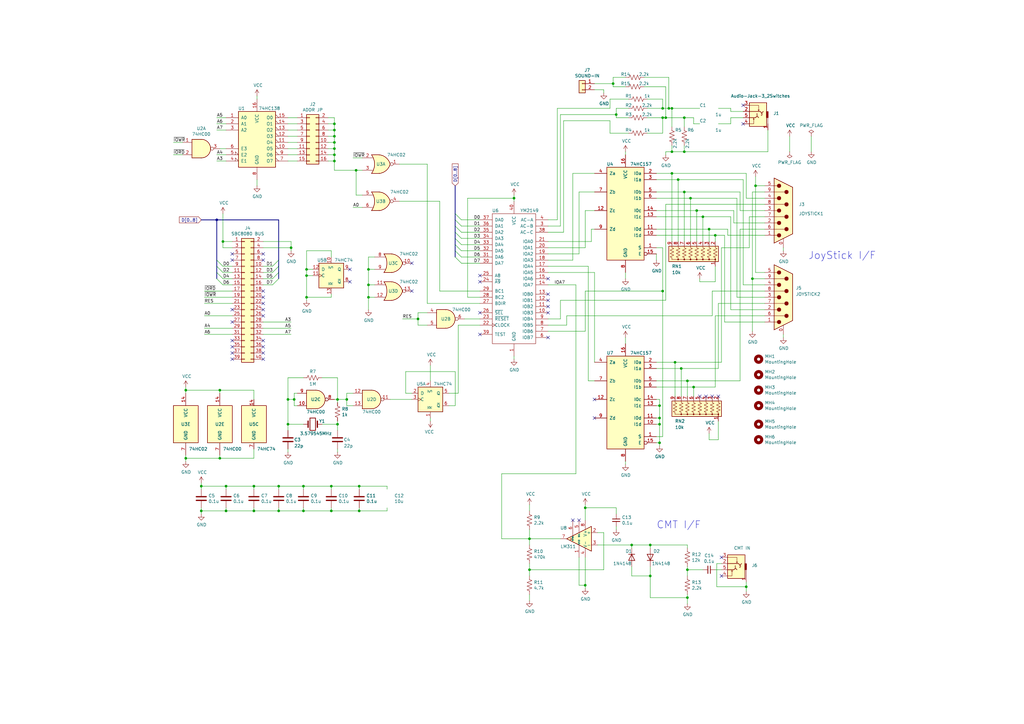
<source format=kicad_sch>
(kicad_sch (version 20211123) (generator eeschema)
  (paper "A3")
  (title_block (title "KZ80 Series YM2149(AY-3-8910) Board") (date "2021-03-22") (rev "2") (company "KUNI-NET"))
  (junction (at 120.65 163.83))
  (junction (at 82.55 209.55))
  (junction (at 118.11 163.83))
  (junction (at 82.55 199.39))
  (junction (at 270.51 171.45))
  (junction (at 251.46 34.29))
  (junction (at 137.16 63.5))
  (junction (at 151.13 110.49))
  (junction (at 271.78 44.45))
  (junction (at 90.17 160.02))
  (junction (at 271.78 119.38))
  (junction (at 309.88 76.2))
  (junction (at 273.05 48.26))
  (junction (at 90.17 187.96))
  (junction (at 125.73 121.92))
  (junction (at 270.51 181.61))
  (junction (at 125.73 110.49))
  (junction (at 92.71 199.39))
  (junction (at 274.32 44.45))
  (junction (at 284.48 158.75))
  (junction (at 240.03 208.28))
  (junction (at 135.89 199.39))
  (junction (at 147.32 209.55))
  (junction (at 275.59 62.23))
  (junction (at 125.73 113.03))
  (junction (at 91.44 99.06))
  (junction (at 270.51 173.99))
  (junction (at 270.51 166.37))
  (junction (at 151.13 116.84))
  (junction (at 114.3 209.55))
  (junction (at 278.13 73.66))
  (junction (at 146.05 69.85))
  (junction (at 137.16 55.88))
  (junction (at 76.2 187.96))
  (junction (at 104.14 199.39))
  (junction (at 276.86 148.59))
  (junction (at 151.13 121.92))
  (junction (at 119.38 101.6))
  (junction (at 306.07 240.665))
  (junction (at 171.45 130.81))
  (junction (at 280.67 62.23))
  (junction (at 281.94 156.21))
  (junction (at 76.2 160.02))
  (junction (at 210.82 81.28))
  (junction (at 293.37 96.52))
  (junction (at 283.21 81.28))
  (junction (at 92.71 209.55))
  (junction (at 266.7 236.22))
  (junction (at 88.9 90.17))
  (junction (at 142.24 163.83))
  (junction (at 259.08 223.52))
  (junction (at 280.67 48.26))
  (junction (at 308.61 114.3))
  (junction (at 290.83 93.98))
  (junction (at 137.16 66.04))
  (junction (at 281.94 233.68))
  (junction (at 137.16 60.96))
  (junction (at 266.7 223.52))
  (junction (at 118.11 173.99))
  (junction (at 252.73 46.99))
  (junction (at 275.59 44.45))
  (junction (at 124.46 199.39))
  (junction (at 114.3 199.39))
  (junction (at 217.17 233.68))
  (junction (at 240.03 240.03))
  (junction (at 275.59 71.12))
  (junction (at 138.43 173.99))
  (junction (at 281.94 245.11))
  (junction (at 271.78 48.26))
  (junction (at 217.17 220.98))
  (junction (at 138.43 163.83))
  (junction (at 124.46 209.55))
  (junction (at 104.14 209.55))
  (junction (at 285.75 86.36))
  (junction (at 137.16 58.42))
  (junction (at 137.16 53.34))
  (junction (at 147.32 199.39))
  (junction (at 280.67 78.74))
  (junction (at 288.29 88.9))
  (junction (at 135.89 209.55))
  (junction (at 137.16 50.8))
  (junction (at 279.4 151.13))
  (no_connect (at 107.95 147.32))
  (no_connect (at 237.49 213.36))
  (no_connect (at 107.95 121.92))
  (no_connect (at 304.8 43.18))
  (no_connect (at 224.79 138.43))
  (no_connect (at 107.95 142.24))
  (no_connect (at 95.25 144.78))
  (no_connect (at 107.95 119.38))
  (no_connect (at 234.95 213.36))
  (no_connect (at 224.79 123.19))
  (no_connect (at 95.25 132.08))
  (no_connect (at 304.8 50.8))
  (no_connect (at 107.95 129.54))
  (no_connect (at 168.91 119.38))
  (no_connect (at 107.95 104.14))
  (no_connect (at 224.79 125.73))
  (no_connect (at 107.95 106.68))
  (no_connect (at 107.95 144.78))
  (no_connect (at 95.25 106.68))
  (no_connect (at 243.84 163.83))
  (no_connect (at 224.79 128.27))
  (no_connect (at 243.84 171.45))
  (no_connect (at 289.56 162.56))
  (no_connect (at 143.51 115.57))
  (no_connect (at 295.91 236.22))
  (no_connect (at 107.95 139.7))
  (no_connect (at 224.79 120.65))
  (no_connect (at 196.85 137.16))
  (no_connect (at 143.51 110.49))
  (no_connect (at 95.25 104.14))
  (no_connect (at 196.85 128.27))
  (no_connect (at 294.64 162.56))
  (no_connect (at 287.02 162.56))
  (no_connect (at 292.1 162.56))
  (no_connect (at 95.25 127))
  (no_connect (at 196.85 113.03))
  (no_connect (at 107.95 124.46))
  (no_connect (at 168.91 107.95))
  (no_connect (at 95.25 147.32))
  (no_connect (at 224.79 114.3))
  (no_connect (at 95.25 139.7))
  (no_connect (at 107.95 127))
  (no_connect (at 196.85 115.57))
  (no_connect (at 295.91 228.6))
  (no_connect (at 95.25 142.24))
  (bus_entry (at 186.69 95.25) (size 2.54 2.54))
  (bus_entry (at 186.69 102.87) (size 2.54 2.54))
  (bus_entry (at 186.69 87.63) (size 2.54 2.54))
  (bus_entry (at 114.3 106.68) (size -2.54 2.54))
  (bus_entry (at 114.3 114.3) (size -2.54 2.54))
  (bus_entry (at 114.3 111.76) (size -2.54 2.54))
  (bus_entry (at 88.9 109.22) (size 2.54 2.54))
  (bus_entry (at 88.9 106.68) (size 2.54 2.54))
  (bus_entry (at 186.69 97.79) (size 2.54 2.54))
  (bus_entry (at 114.3 109.22) (size -2.54 2.54))
  (bus_entry (at 88.9 114.3) (size 2.54 2.54))
  (bus_entry (at 186.69 92.71) (size 2.54 2.54))
  (bus_entry (at 88.9 111.76) (size 2.54 2.54))
  (bus_entry (at 186.69 100.33) (size 2.54 2.54))
  (bus_entry (at 186.69 90.17) (size 2.54 2.54))
  (bus_entry (at 186.69 105.41) (size 2.54 2.54))
  (wire (pts (xy 247.65 218.44) (xy 247.65 233.68)))
  (wire (pts (xy 134.62 55.88) (xy 137.16 55.88)))
  (wire (pts (xy 306.07 240.665) (xy 294.005 240.665)))
  (wire (pts (xy 92.71 209.55) (xy 104.14 209.55)))
  (wire (pts (xy 135.89 209.55) (xy 135.89 208.28)))
  (wire (pts (xy 111.76 109.22) (xy 107.95 109.22)))
  (wire (pts (xy 270.51 163.83) (xy 270.51 166.37)))
  (wire (pts (xy 276.86 162.56) (xy 276.86 148.59)))
  (wire (pts (xy 88.9 48.26) (xy 92.71 48.26)))
  (wire (pts (xy 119.38 101.6) (xy 119.38 102.87)))
  (wire (pts (xy 273.05 48.26) (xy 280.67 48.26)))
  (wire (pts (xy 303.53 93.98) (xy 303.53 156.21)))
  (wire (pts (xy 120.65 163.83) (xy 118.11 163.83)))
  (wire (pts (xy 281.94 233.68) (xy 288.29 233.68)))
  (bus (pts (xy 186.69 87.63) (xy 186.69 90.17)))
  (wire (pts (xy 135.89 209.55) (xy 147.32 209.55)))
  (wire (pts (xy 236.22 116.84) (xy 236.22 194.31)))
  (wire (pts (xy 265.43 48.26) (xy 271.78 48.26)))
  (wire (pts (xy 224.79 99.06) (xy 242.57 99.06)))
  (wire (pts (xy 298.45 96.52) (xy 313.69 96.52)))
  (wire (pts (xy 252.73 215.9) (xy 252.73 217.17)))
  (wire (pts (xy 271.78 44.45) (xy 274.32 44.45)))
  (wire (pts (xy 294.64 180.34) (xy 294.64 172.72)))
  (wire (pts (xy 153.67 121.92) (xy 151.13 121.92)))
  (wire (pts (xy 228.6 44.45) (xy 250.19 44.45)))
  (wire (pts (xy 269.24 179.07) (xy 271.78 179.07)))
  (wire (pts (xy 104.14 209.55) (xy 114.3 209.55)))
  (wire (pts (xy 90.17 161.29) (xy 90.17 160.02)))
  (wire (pts (xy 240.03 135.89) (xy 224.79 135.89)))
  (bus (pts (xy 114.3 90.17) (xy 114.3 106.68)))
  (wire (pts (xy 269.24 104.14) (xy 269.24 106.68)))
  (wire (pts (xy 300.99 86.36) (xy 300.99 91.44)))
  (wire (pts (xy 297.18 132.08) (xy 313.69 132.08)))
  (wire (pts (xy 147.32 199.39) (xy 158.75 199.39)))
  (wire (pts (xy 275.59 71.12) (xy 306.07 71.12)))
  (wire (pts (xy 313.69 76.2) (xy 309.88 76.2)))
  (wire (pts (xy 240.03 208.28) (xy 240.03 213.36)))
  (wire (pts (xy 83.82 134.62) (xy 95.25 134.62)))
  (wire (pts (xy 187.96 161.29) (xy 184.15 161.29)))
  (wire (pts (xy 294.64 124.46) (xy 313.69 124.46)))
  (wire (pts (xy 307.34 88.9) (xy 307.34 101.6)))
  (wire (pts (xy 237.49 104.14) (xy 237.49 78.74)))
  (wire (pts (xy 303.53 78.74) (xy 303.53 86.36)))
  (wire (pts (xy 283.21 99.06) (xy 283.21 81.28)))
  (wire (pts (xy 293.37 158.75) (xy 293.37 129.54)))
  (wire (pts (xy 288.29 88.9) (xy 299.72 88.9)))
  (wire (pts (xy 132.08 154.94) (xy 138.43 154.94)))
  (wire (pts (xy 256.54 138.43) (xy 256.54 140.97)))
  (wire (pts (xy 111.76 114.3) (xy 107.95 114.3)))
  (wire (pts (xy 251.46 34.29) (xy 251.46 31.75)))
  (wire (pts (xy 91.44 109.22) (xy 95.25 109.22)))
  (wire (pts (xy 118.11 176.53) (xy 118.11 173.99)))
  (wire (pts (xy 242.57 93.98) (xy 243.84 93.98)))
  (wire (pts (xy 229.87 123.19) (xy 229.87 130.81)))
  (wire (pts (xy 243.84 36.83) (xy 247.65 36.83)))
  (wire (pts (xy 240.03 101.6) (xy 224.79 101.6)))
  (wire (pts (xy 142.24 161.29) (xy 144.78 161.29)))
  (wire (pts (xy 71.12 63.5) (xy 74.93 63.5)))
  (wire (pts (xy 280.67 48.26) (xy 280.67 52.07)))
  (wire (pts (xy 280.67 99.06) (xy 280.67 78.74)))
  (wire (pts (xy 191.77 121.92) (xy 196.85 121.92)))
  (wire (pts (xy 309.88 76.2) (xy 309.88 111.76)))
  (wire (pts (xy 128.27 110.49) (xy 125.73 110.49)))
  (wire (pts (xy 274.32 31.75) (xy 274.32 44.45)))
  (wire (pts (xy 180.34 119.38) (xy 196.85 119.38)))
  (wire (pts (xy 137.16 50.8) (xy 137.16 53.34)))
  (wire (pts (xy 284.48 158.75) (xy 293.37 158.75)))
  (wire (pts (xy 279.4 162.56) (xy 279.4 151.13)))
  (wire (pts (xy 228.6 44.45) (xy 228.6 90.17)))
  (bus (pts (xy 114.3 90.17) (xy 88.9 90.17)))
  (wire (pts (xy 232.41 133.35) (xy 232.41 129.54)))
  (wire (pts (xy 294.64 44.45) (xy 299.72 44.45)))
  (wire (pts (xy 243.84 71.12) (xy 234.95 71.12)))
  (wire (pts (xy 120.65 163.83) (xy 120.65 166.37)))
  (wire (pts (xy 165.1 130.81) (xy 171.45 130.81)))
  (wire (pts (xy 189.23 95.25) (xy 196.85 95.25)))
  (wire (pts (xy 252.73 46.99) (xy 252.73 48.26)))
  (wire (pts (xy 295.91 148.59) (xy 276.86 148.59)))
  (wire (pts (xy 171.45 133.35) (xy 175.26 133.35)))
  (bus (pts (xy 186.69 102.87) (xy 186.69 105.41)))
  (wire (pts (xy 306.07 81.28) (xy 313.69 81.28)))
  (wire (pts (xy 119.38 134.62) (xy 107.95 134.62)))
  (wire (pts (xy 280.67 62.23) (xy 314.96 62.23)))
  (wire (pts (xy 252.73 48.26) (xy 257.81 48.26)))
  (wire (pts (xy 151.13 121.92) (xy 151.13 116.84)))
  (wire (pts (xy 217.17 231.14) (xy 217.17 233.68)))
  (wire (pts (xy 251.46 31.75) (xy 256.54 31.75)))
  (wire (pts (xy 134.62 50.8) (xy 137.16 50.8)))
  (wire (pts (xy 76.2 187.96) (xy 90.17 187.96)))
  (wire (pts (xy 280.67 78.74) (xy 303.53 78.74)))
  (wire (pts (xy 302.26 81.28) (xy 302.26 121.92)))
  (wire (pts (xy 332.74 55.88) (xy 332.74 62.23)))
  (wire (pts (xy 210.82 146.05) (xy 210.82 147.32)))
  (wire (pts (xy 303.53 86.36) (xy 313.69 86.36)))
  (wire (pts (xy 186.69 166.37) (xy 184.15 166.37)))
  (wire (pts (xy 281.94 156.21) (xy 269.24 156.21)))
  (wire (pts (xy 224.79 133.35) (xy 232.41 133.35)))
  (wire (pts (xy 250.19 49.53) (xy 250.19 54.61)))
  (wire (pts (xy 88.9 66.04) (xy 92.71 66.04)))
  (wire (pts (xy 269.24 181.61) (xy 270.51 181.61)))
  (wire (pts (xy 76.2 160.02) (xy 76.2 161.29)))
  (wire (pts (xy 293.37 233.68) (xy 295.91 233.68)))
  (wire (pts (xy 189.23 97.79) (xy 196.85 97.79)))
  (wire (pts (xy 90.17 160.02) (xy 104.14 160.02)))
  (wire (pts (xy 321.31 101.6) (xy 321.31 102.87)))
  (wire (pts (xy 281.94 236.22) (xy 281.94 233.68)))
  (wire (pts (xy 243.84 156.21) (xy 241.3 156.21)))
  (wire (pts (xy 105.41 39.37) (xy 105.41 40.64)))
  (wire (pts (xy 299.72 50.8) (xy 294.64 50.8)))
  (bus (pts (xy 186.69 97.79) (xy 186.69 100.33)))
  (wire (pts (xy 266.7 236.22) (xy 266.7 245.11)))
  (wire (pts (xy 309.88 111.76) (xy 313.69 111.76)))
  (wire (pts (xy 137.16 48.26) (xy 137.16 50.8)))
  (wire (pts (xy 290.83 93.98) (xy 298.45 93.98)))
  (wire (pts (xy 234.95 106.68) (xy 224.79 106.68)))
  (wire (pts (xy 270.51 166.37) (xy 270.51 171.45)))
  (wire (pts (xy 275.59 59.69) (xy 275.59 62.23)))
  (wire (pts (xy 297.18 96.52) (xy 297.18 132.08)))
  (wire (pts (xy 138.43 173.99) (xy 138.43 176.53)))
  (wire (pts (xy 134.62 48.26) (xy 137.16 48.26)))
  (wire (pts (xy 135.89 121.92) (xy 125.73 121.92)))
  (wire (pts (xy 299.72 88.9) (xy 299.72 127)))
  (wire (pts (xy 132.08 173.99) (xy 138.43 173.99)))
  (bus (pts (xy 186.69 95.25) (xy 186.69 97.79)))
  (bus (pts (xy 88.9 90.17) (xy 82.55 90.17)))
  (wire (pts (xy 205.74 220.98) (xy 217.17 220.98)))
  (wire (pts (xy 118.11 66.04) (xy 121.92 66.04)))
  (wire (pts (xy 285.75 99.06) (xy 285.75 86.36)))
  (wire (pts (xy 304.8 116.84) (xy 313.69 116.84)))
  (wire (pts (xy 118.11 184.15) (xy 118.11 185.42)))
  (wire (pts (xy 271.78 40.64) (xy 271.78 44.45)))
  (wire (pts (xy 321.31 137.16) (xy 321.31 138.43)))
  (wire (pts (xy 271.78 119.38) (xy 240.03 119.38)))
  (bus (pts (xy 186.69 90.17) (xy 186.69 92.71)))
  (wire (pts (xy 294.005 231.14) (xy 295.91 231.14)))
  (wire (pts (xy 134.62 63.5) (xy 137.16 63.5)))
  (wire (pts (xy 292.1 119.38) (xy 313.69 119.38)))
  (wire (pts (xy 186.69 152.4) (xy 186.69 166.37)))
  (wire (pts (xy 281.94 245.11) (xy 281.94 247.65)))
  (wire (pts (xy 299.72 48.26) (xy 299.72 50.8)))
  (wire (pts (xy 256.54 62.23) (xy 256.54 63.5)))
  (wire (pts (xy 124.46 209.55) (xy 135.89 209.55)))
  (bus (pts (xy 186.69 100.33) (xy 186.69 102.87)))
  (wire (pts (xy 144.78 85.09) (xy 148.59 85.09)))
  (wire (pts (xy 124.46 154.94) (xy 118.11 154.94)))
  (wire (pts (xy 307.34 101.6) (xy 295.91 101.6)))
  (wire (pts (xy 298.45 93.98) (xy 298.45 96.52)))
  (wire (pts (xy 118.11 55.88) (xy 121.92 55.88)))
  (wire (pts (xy 189.23 102.87) (xy 196.85 102.87)))
  (wire (pts (xy 107.95 99.06) (xy 119.38 99.06)))
  (wire (pts (xy 240.03 86.36) (xy 240.03 101.6)))
  (wire (pts (xy 283.21 81.28) (xy 302.26 81.28)))
  (wire (pts (xy 137.16 58.42) (xy 137.16 60.96)))
  (wire (pts (xy 146.05 69.85) (xy 148.59 69.85)))
  (wire (pts (xy 284.48 48.26) (xy 280.67 48.26)))
  (wire (pts (xy 275.59 44.45) (xy 287.02 44.45)))
  (bus (pts (xy 186.69 76.2) (xy 186.69 87.63)))
  (wire (pts (xy 189.23 105.41) (xy 196.85 105.41)))
  (wire (pts (xy 240.03 240.03) (xy 240.03 228.6)))
  (wire (pts (xy 210.82 80.01) (xy 210.82 81.28)))
  (wire (pts (xy 278.13 99.06) (xy 278.13 73.66)))
  (wire (pts (xy 88.9 53.34) (xy 92.71 53.34)))
  (wire (pts (xy 168.91 161.29) (xy 166.37 161.29)))
  (wire (pts (xy 300.99 91.44) (xy 313.69 91.44)))
  (wire (pts (xy 293.37 99.06) (xy 293.37 96.52)))
  (wire (pts (xy 119.38 137.16) (xy 107.95 137.16)))
  (wire (pts (xy 120.65 163.83) (xy 120.65 161.29)))
  (wire (pts (xy 175.26 128.27) (xy 171.45 128.27)))
  (wire (pts (xy 134.62 60.96) (xy 137.16 60.96)))
  (wire (pts (xy 265.43 54.61) (xy 271.78 54.61)))
  (wire (pts (xy 284.48 50.8) (xy 284.48 48.26)))
  (wire (pts (xy 137.16 69.85) (xy 146.05 69.85)))
  (wire (pts (xy 82.55 208.28) (xy 82.55 209.55)))
  (wire (pts (xy 313.69 114.3) (xy 308.61 114.3)))
  (wire (pts (xy 224.79 92.71) (xy 229.87 92.71)))
  (wire (pts (xy 163.83 82.55) (xy 180.34 82.55)))
  (wire (pts (xy 281.94 233.68) (xy 281.94 232.41)))
  (wire (pts (xy 82.55 209.55) (xy 82.55 210.82)))
  (wire (pts (xy 232.41 129.54) (xy 292.1 129.54)))
  (wire (pts (xy 118.11 58.42) (xy 121.92 58.42)))
  (wire (pts (xy 224.79 116.84) (xy 236.22 116.84)))
  (wire (pts (xy 118.11 50.8) (xy 121.92 50.8)))
  (wire (pts (xy 274.32 44.45) (xy 275.59 44.45)))
  (wire (pts (xy 290.83 180.34) (xy 294.64 180.34)))
  (wire (pts (xy 146.05 80.01) (xy 148.59 80.01)))
  (wire (pts (xy 281.94 245.11) (xy 281.94 243.84)))
  (wire (pts (xy 91.44 111.76) (xy 95.25 111.76)))
  (wire (pts (xy 299.72 45.72) (xy 304.8 45.72)))
  (wire (pts (xy 299.72 44.45) (xy 299.72 45.72)))
  (wire (pts (xy 90.17 187.96) (xy 104.14 187.96)))
  (wire (pts (xy 76.2 187.96) (xy 76.2 189.23)))
  (wire (pts (xy 237.49 240.03) (xy 240.03 240.03)))
  (wire (pts (xy 114.3 209.55) (xy 124.46 209.55)))
  (wire (pts (xy 228.6 90.17) (xy 224.79 90.17)))
  (wire (pts (xy 259.08 223.52) (xy 259.08 224.79)))
  (wire (pts (xy 278.13 73.66) (xy 304.8 73.66)))
  (wire (pts (xy 259.08 232.41) (xy 259.08 236.22)))
  (wire (pts (xy 273.05 123.19) (xy 229.87 123.19)))
  (wire (pts (xy 189.23 90.17) (xy 196.85 90.17)))
  (wire (pts (xy 217.17 217.17) (xy 217.17 220.98)))
  (wire (pts (xy 125.73 121.92) (xy 125.73 123.19)))
  (wire (pts (xy 151.13 127) (xy 151.13 121.92)))
  (wire (pts (xy 160.02 163.83) (xy 168.91 163.83)))
  (wire (pts (xy 82.55 199.39) (xy 82.55 200.66)))
  (wire (pts (xy 287.02 115.57) (xy 293.37 115.57)))
  (wire (pts (xy 137.16 53.34) (xy 137.16 55.88)))
  (wire (pts (xy 266.7 223.52) (xy 281.94 223.52)))
  (wire (pts (xy 236.22 194.31) (xy 205.74 194.31)))
  (wire (pts (xy 119.38 132.08) (xy 107.95 132.08)))
  (wire (pts (xy 308.61 78.74) (xy 308.61 114.3)))
  (wire (pts (xy 293.37 115.57) (xy 293.37 109.22)))
  (wire (pts (xy 189.23 92.71) (xy 196.85 92.71)))
  (wire (pts (xy 270.51 181.61) (xy 270.51 182.88)))
  (wire (pts (xy 271.78 44.45) (xy 265.43 44.45)))
  (wire (pts (xy 135.89 199.39) (xy 147.32 199.39)))
  (wire (pts (xy 271.78 101.6) (xy 271.78 119.38)))
  (wire (pts (xy 269.24 166.37) (xy 270.51 166.37)))
  (wire (pts (xy 125.73 113.03) (xy 125.73 121.92)))
  (wire (pts (xy 251.46 35.56) (xy 256.54 35.56)))
  (wire (pts (xy 134.62 58.42) (xy 137.16 58.42)))
  (wire (pts (xy 105.41 73.66) (xy 105.41 76.2)))
  (wire (pts (xy 118.11 154.94) (xy 118.11 163.83)))
  (wire (pts (xy 82.55 209.55) (xy 92.71 209.55)))
  (wire (pts (xy 247.65 233.68) (xy 217.17 233.68)))
  (wire (pts (xy 114.3 199.39) (xy 104.14 199.39)))
  (wire (pts (xy 76.2 160.02) (xy 90.17 160.02)))
  (wire (pts (xy 124.46 199.39) (xy 114.3 199.39)))
  (wire (pts (xy 217.17 220.98) (xy 229.87 220.98)))
  (wire (pts (xy 135.89 105.41) (xy 135.89 102.87)))
  (wire (pts (xy 224.79 104.14) (xy 237.49 104.14)))
  (wire (pts (xy 134.62 53.34) (xy 137.16 53.34)))
  (wire (pts (xy 266.7 223.52) (xy 266.7 224.79)))
  (wire (pts (xy 269.24 78.74) (xy 280.67 78.74)))
  (wire (pts (xy 92.71 208.28) (xy 92.71 209.55)))
  (wire (pts (xy 264.16 35.56) (xy 273.05 35.56)))
  (wire (pts (xy 294.005 240.665) (xy 294.005 231.14)))
  (wire (pts (xy 120.65 166.37) (xy 121.92 166.37)))
  (wire (pts (xy 240.03 240.03) (xy 240.03 241.3)))
  (wire (pts (xy 240.03 208.28) (xy 252.73 208.28)))
  (wire (pts (xy 306.07 240.665) (xy 306.07 242.57)))
  (wire (pts (xy 144.78 64.77) (xy 148.59 64.77)))
  (bus (pts (xy 88.9 106.68) (xy 88.9 109.22)))
  (wire (pts (xy 245.11 223.52) (xy 259.08 223.52)))
  (wire (pts (xy 210.82 81.28) (xy 191.77 81.28)))
  (wire (pts (xy 241.3 109.22) (xy 224.79 109.22)))
  (wire (pts (xy 250.19 40.64) (xy 257.81 40.64)))
  (wire (pts (xy 313.69 88.9) (xy 307.34 88.9)))
  (wire (pts (xy 104.14 160.02) (xy 104.14 163.83)))
  (wire (pts (xy 269.24 163.83) (xy 270.51 163.83)))
  (wire (pts (xy 269.24 88.9) (xy 288.29 88.9)))
  (wire (pts (xy 295.91 101.6) (xy 295.91 148.59)))
  (wire (pts (xy 137.16 60.96) (xy 137.16 63.5)))
  (wire (pts (xy 119.38 99.06) (xy 119.38 101.6)))
  (wire (pts (xy 176.53 149.86) (xy 176.53 156.21)))
  (wire (pts (xy 180.34 82.55) (xy 180.34 119.38)))
  (wire (pts (xy 217.17 243.84) (xy 217.17 246.38)))
  (wire (pts (xy 124.46 208.28) (xy 124.46 209.55)))
  (wire (pts (xy 83.82 121.92) (xy 95.25 121.92)))
  (wire (pts (xy 153.67 110.49) (xy 151.13 110.49)))
  (wire (pts (xy 243.84 34.29) (xy 251.46 34.29)))
  (wire (pts (xy 91.44 116.84) (xy 95.25 116.84)))
  (wire (pts (xy 166.37 152.4) (xy 186.69 152.4)))
  (wire (pts (xy 118.11 48.26) (xy 121.92 48.26)))
  (wire (pts (xy 229.87 92.71) (xy 229.87 46.99)))
  (wire (pts (xy 237.49 228.6) (xy 237.49 240.03)))
  (wire (pts (xy 243.84 111.76) (xy 224.79 111.76)))
  (wire (pts (xy 273.05 63.5) (xy 273.05 62.23)))
  (wire (pts (xy 153.67 116.84) (xy 151.13 116.84)))
  (wire (pts (xy 273.05 62.23) (xy 275.59 62.23)))
  (wire (pts (xy 237.49 78.74) (xy 243.84 78.74)))
  (wire (pts (xy 137.16 66.04) (xy 134.62 66.04)))
  (wire (pts (xy 205.74 194.31) (xy 205.74 220.98)))
  (wire (pts (xy 90.17 60.96) (xy 92.71 60.96)))
  (wire (pts (xy 135.89 199.39) (xy 124.46 199.39)))
  (wire (pts (xy 171.45 128.27) (xy 171.45 130.81)))
  (wire (pts (xy 118.11 53.34) (xy 121.92 53.34)))
  (wire (pts (xy 269.24 101.6) (xy 271.78 101.6)))
  (wire (pts (xy 104.14 208.28) (xy 104.14 209.55)))
  (wire (pts (xy 142.24 163.83) (xy 142.24 166.37)))
  (wire (pts (xy 138.43 163.83) (xy 138.43 165.1)))
  (wire (pts (xy 151.13 105.41) (xy 153.67 105.41)))
  (wire (pts (xy 175.26 67.31) (xy 163.83 67.31)))
  (wire (pts (xy 303.53 156.21) (xy 281.94 156.21)))
  (wire (pts (xy 91.44 101.6) (xy 95.25 101.6)))
  (wire (pts (xy 269.24 158.75) (xy 284.48 158.75)))
  (wire (pts (xy 83.82 129.54) (xy 95.25 129.54)))
  (wire (pts (xy 135.89 120.65) (xy 135.89 121.92)))
  (wire (pts (xy 241.3 156.21) (xy 241.3 109.22)))
  (wire (pts (xy 269.24 151.13) (xy 279.4 151.13)))
  (wire (pts (xy 313.69 78.74) (xy 308.61 78.74)))
  (wire (pts (xy 138.43 154.94) (xy 138.43 163.83)))
  (wire (pts (xy 137.16 63.5) (xy 137.16 66.04)))
  (wire (pts (xy 252.73 44.45) (xy 257.81 44.45)))
  (wire (pts (xy 151.13 110.49) (xy 151.13 105.41)))
  (wire (pts (xy 294.64 151.13) (xy 294.64 124.46)))
  (wire (pts (xy 251.46 34.29) (xy 251.46 35.56)))
  (wire (pts (xy 264.16 31.75) (xy 274.32 31.75)))
  (wire (pts (xy 151.13 116.84) (xy 151.13 110.49)))
  (wire (pts (xy 104.14 187.96) (xy 104.14 184.15)))
  (wire (pts (xy 91.44 99.06) (xy 91.44 101.6)))
  (wire (pts (xy 290.83 177.8) (xy 290.83 180.34)))
  (wire (pts (xy 266.7 245.11) (xy 281.94 245.11)))
  (wire (pts (xy 293.37 129.54) (xy 313.69 129.54)))
  (wire (pts (xy 276.86 148.59) (xy 269.24 148.59)))
  (wire (pts (xy 243.84 148.59) (xy 243.84 111.76)))
  (wire (pts (xy 275.59 44.45) (xy 275.59 52.07)))
  (wire (pts (xy 269.24 86.36) (xy 285.75 86.36)))
  (wire (pts (xy 88.9 50.8) (xy 92.71 50.8)))
  (wire (pts (xy 118.11 173.99) (xy 124.46 173.99)))
  (wire (pts (xy 147.32 209.55) (xy 158.75 209.55)))
  (wire (pts (xy 231.14 95.25) (xy 224.79 95.25)))
  (wire (pts (xy 306.07 238.76) (xy 306.07 240.665)))
  (wire (pts (xy 292.1 129.54) (xy 292.1 119.38)))
  (wire (pts (xy 196.85 133.35) (xy 187.96 133.35)))
  (wire (pts (xy 217.17 207.01) (xy 217.17 209.55)))
  (wire (pts (xy 146.05 69.85) (xy 146.05 80.01)))
  (wire (pts (xy 275.59 99.06) (xy 275.59 71.12)))
  (wire (pts (xy 247.65 36.83) (xy 247.65 38.1)))
  (wire (pts (xy 83.82 119.38) (xy 95.25 119.38)))
  (wire (pts (xy 118.11 173.99) (xy 118.11 163.83)))
  (wire (pts (xy 314.96 53.34) (xy 314.96 62.23)))
  (wire (pts (xy 269.24 96.52) (xy 293.37 96.52)))
  (wire (pts (xy 142.24 166.37) (xy 144.78 166.37)))
  (wire (pts (xy 269.24 73.66) (xy 278.13 73.66)))
  (wire (pts (xy 229.87 46.99) (xy 252.73 46.99)))
  (wire (pts (xy 275.59 62.23) (xy 280.67 62.23)))
  (bus (pts (xy 114.3 106.68) (xy 114.3 109.22)))
  (wire (pts (xy 175.26 124.46) (xy 196.85 124.46)))
  (wire (pts (xy 259.08 236.22) (xy 266.7 236.22)))
  (wire (pts (xy 125.73 102.87) (xy 125.73 110.49)))
  (wire (pts (xy 293.37 96.52) (xy 297.18 96.52)))
  (wire (pts (xy 71.12 58.42) (xy 74.93 58.42)))
  (wire (pts (xy 142.24 163.83) (xy 142.24 161.29)))
  (wire (pts (xy 273.05 83.82) (xy 313.69 83.82)))
  (wire (pts (xy 308.61 114.3) (xy 308.61 135.89)))
  (wire (pts (xy 234.95 71.12) (xy 234.95 106.68)))
  (wire (pts (xy 231.14 49.53) (xy 231.14 95.25)))
  (wire (pts (xy 118.11 60.96) (xy 121.92 60.96)))
  (wire (pts (xy 250.19 54.61) (xy 257.81 54.61)))
  (wire (pts (xy 243.84 86.36) (xy 240.03 86.36)))
  (wire (pts (xy 271.78 54.61) (xy 271.78 48.26)))
  (wire (pts (xy 290.83 99.06) (xy 290.83 93.98)))
  (wire (pts (xy 189.23 107.95) (xy 196.85 107.95)))
  (wire (pts (xy 210.82 81.28) (xy 210.82 82.55)))
  (wire (pts (xy 299.72 127) (xy 313.69 127)))
  (wire (pts (xy 138.43 184.15) (xy 138.43 185.42)))
  (wire (pts (xy 240.03 207.01) (xy 240.03 208.28)))
  (wire (pts (xy 269.24 171.45) (xy 270.51 171.45)))
  (wire (pts (xy 175.26 67.31) (xy 175.26 124.46)))
  (wire (pts (xy 171.45 130.81) (xy 171.45 133.35)))
  (wire (pts (xy 309.88 76.2) (xy 309.88 72.39)))
  (wire (pts (xy 217.17 233.68) (xy 217.17 236.22)))
  (wire (pts (xy 128.27 113.03) (xy 125.73 113.03)))
  (wire (pts (xy 166.37 161.29) (xy 166.37 152.4)))
  (wire (pts (xy 189.23 100.33) (xy 196.85 100.33)))
  (wire (pts (xy 271.78 179.07) (xy 271.78 119.38)))
  (bus (pts (xy 114.3 109.22) (xy 114.3 111.76)))
  (wire (pts (xy 242.57 99.06) (xy 242.57 93.98)))
  (wire (pts (xy 302.26 121.92) (xy 313.69 121.92)))
  (wire (pts (xy 92.71 199.39) (xy 82.55 199.39)))
  (wire (pts (xy 137.16 66.04) (xy 137.16 69.85)))
  (wire (pts (xy 187.96 133.35) (xy 187.96 161.29)))
  (wire (pts (xy 259.08 223.52) (xy 266.7 223.52)))
  (bus (pts (xy 114.3 111.76) (xy 114.3 114.3)))
  (wire (pts (xy 125.73 110.49) (xy 125.73 113.03)))
  (wire (pts (xy 304.8 48.26) (xy 299.72 48.26)))
  (wire (pts (xy 323.85 55.88) (xy 323.85 62.23)))
  (wire (pts (xy 269.24 173.99) (xy 270.51 173.99)))
  (wire (pts (xy 95.25 99.06) (xy 91.44 99.06)))
  (wire (pts (xy 252.73 46.99) (xy 252.73 44.45)))
  (wire (pts (xy 280.67 62.23) (xy 280.67 59.69)))
  (wire (pts (xy 266.7 236.22) (xy 266.7 232.41)))
  (wire (pts (xy 313.69 93.98) (xy 303.53 93.98)))
  (wire (pts (xy 137.16 163.83) (xy 138.43 163.83)))
  (wire (pts (xy 270.51 171.45) (xy 270.51 173.99)))
  (wire (pts (xy 83.82 124.46) (xy 95.25 124.46)))
  (wire (pts (xy 158.75 199.39) (xy 158.75 200.66)))
  (wire (pts (xy 120.65 161.29) (xy 121.92 161.29)))
  (wire (pts (xy 256.54 189.23) (xy 256.54 190.5)))
  (wire (pts (xy 118.11 63.5) (xy 121.92 63.5)))
  (wire (pts (xy 250.19 44.45) (xy 250.19 40.64)))
  (wire (pts (xy 269.24 71.12) (xy 275.59 71.12)))
  (wire (pts (xy 138.43 172.72) (xy 138.43 173.99)))
  (wire (pts (xy 135.89 200.66) (xy 135.89 199.39)))
  (wire (pts (xy 135.89 102.87) (xy 125.73 102.87)))
  (wire (pts (xy 265.43 40.64) (xy 271.78 40.64)))
  (bus (pts (xy 88.9 90.17) (xy 88.9 106.68)))
  (wire (pts (xy 287.02 114.3) (xy 287.02 115.57)))
  (wire (pts (xy 269.24 81.28) (xy 283.21 81.28)))
  (wire (pts (xy 273.05 83.82) (xy 273.05 123.19)))
  (wire (pts (xy 270.51 173.99) (xy 270.51 181.61)))
  (wire (pts (xy 90.17 186.69) (xy 90.17 187.96)))
  (wire (pts (xy 279.4 151.13) (xy 294.64 151.13)))
  (wire (pts (xy 256.54 111.76) (xy 256.54 114.3)))
  (bus (pts (xy 88.9 111.76) (xy 88.9 114.3)))
  (wire (pts (xy 114.3 200.66) (xy 114.3 199.39)))
  (wire (pts (xy 273.05 35.56) (xy 273.05 48.26)))
  (wire (pts (xy 111.76 116.84) (xy 107.95 116.84)))
  (wire (pts (xy 245.11 218.44) (xy 247.65 218.44)))
  (wire (pts (xy 138.43 163.83) (xy 142.24 163.83)))
  (wire (pts (xy 191.77 81.28) (xy 191.77 121.92)))
  (bus (pts (xy 88.9 109.22) (xy 88.9 111.76)))
  (wire (pts (xy 124.46 200.66) (xy 124.46 199.39)))
  (wire (pts (xy 76.2 186.69) (xy 76.2 187.96)))
  (wire (pts (xy 271.78 48.26) (xy 273.05 48.26)))
  (wire (pts (xy 92.71 200.66) (xy 92.71 199.39)))
  (wire (pts (xy 91.44 87.63) (xy 91.44 99.06)))
  (wire (pts (xy 252.73 208.28) (xy 252.73 210.82)))
  (wire (pts (xy 285.75 86.36) (xy 300.99 86.36)))
  (wire (pts (xy 287.02 50.8) (xy 284.48 50.8)))
  (wire (pts (xy 107.95 101.6) (xy 119.38 101.6)))
  (wire (pts (xy 137.16 55.88) (xy 137.16 58.42)))
  (wire (pts (xy 284.48 162.56) (xy 284.48 158.75)))
  (wire (pts (xy 104.14 199.39) (xy 92.71 199.39)))
  (wire (pts (xy 176.53 171.45) (xy 176.53 172.72)))
  (wire (pts (xy 104.14 200.66) (xy 104.14 199.39)))
  (wire (pts (xy 114.3 208.28) (xy 114.3 209.55)))
  (wire (pts (xy 147.32 208.28) (xy 147.32 209.55)))
  (wire (pts (xy 76.2 158.75) (xy 76.2 160.02)))
  (wire (pts (xy 229.87 130.81) (xy 224.79 130.81)))
  (wire (pts (xy 147.32 199.39) (xy 147.32 200.66)))
  (wire (pts (xy 306.07 71.12) (xy 306.07 81.28)))
  (wire (pts (xy 217.17 220.98) (xy 217.17 223.52)))
  (wire (pts (xy 288.29 99.06) (xy 288.29 88.9)))
  (wire (pts (xy 281.94 223.52) (xy 281.94 224.79)))
  (wire (pts (xy 240.03 119.38) (xy 240.03 135.89)))
  (wire (pts (xy 190.5 130.81) (xy 196.85 130.81)))
  (wire (pts (xy 111.76 111.76) (xy 107.95 111.76)))
  (bus (pts (xy 186.69 92.71) (xy 186.69 95.25)))
  (wire (pts (xy 231.14 49.53) (xy 250.19 49.53)))
  (wire (pts (xy 88.9 63.5) (xy 92.71 63.5)))
  (wire (pts (xy 269.24 93.98) (xy 290.83 93.98)))
  (wire (pts (xy 82.55 198.12) (xy 82.55 199.39)))
  (wire (pts (xy 83.82 137.16) (xy 95.25 137.16)))
  (wire (pts (xy 281.94 162.56) (xy 281.94 156.21)))
  (wire (pts (xy 91.44 114.3) (xy 95.25 114.3)))
  (wire (pts (xy 158.75 209.55) (xy 158.75 208.28)))
  (wire (pts (xy 304.8 73.66) (xy 304.8 116.84)))
  (text "JoyStick I/F" (at 331.47 106.68 0) (effects (font (size 2.9972 2.9972)) (justify left bottom)))
  (text "CMT I/F" (at 269.24 217.17 0) (effects (font (size 2.9972 2.9972)) (justify left bottom)))
  (label "A6" (at 88.9 50.8 0))
  (label "A3" (at 88.9 66.04 0))
  (label "A3" (at 119.38 132.08 180))
  (label "A6" (at 83.82 137.16 0))
  (label "A5" (at 88.9 48.26 0))
  (label "D2" (at 194.31 95.25 0))
  (label "D1" (at 109.22 109.22 0))
  (label "D7" (at 109.22 116.84 0))
  (label "~{IOWR}" (at 83.82 121.92 0))
  (label "A4" (at 83.82 134.62 0))
  (label "D4" (at 91.44 114.3 0))
  (label "D6" (at 91.44 116.84 0))
  (label "RES" (at 83.82 124.46 0))
  (label "D6" (at 194.31 105.41 0))
  (label "D5" (at 194.31 102.87 0))
  (label "D3" (at 109.22 111.76 0))
  (label "A7" (at 88.9 53.34 0))
  (label "D4" (at 194.31 100.33 0))
  (label "D0" (at 91.44 109.22 0))
  (label "~{IORD}" (at 71.12 63.5 0))
  (label "D7" (at 194.31 107.95 0))
  (label "~{IOWR}" (at 144.78 64.77 0))
  (label "A0" (at 144.78 85.09 0))
  (label "RES" (at 165.1 130.81 0))
  (label "A5" (at 119.38 134.62 180))
  (label "D0" (at 194.31 90.17 0))
  (label "D5" (at 109.22 114.3 0))
  (label "A0" (at 83.82 129.54 0))
  (label "D1" (at 194.31 92.71 0))
  (label "~{IORD}" (at 83.82 119.38 0))
  (label "D2" (at 91.44 111.76 0))
  (label "A4" (at 88.9 63.5 0))
  (label "D3" (at 194.31 97.79 0))
  (label "IOA7" (at 227.33 116.84 0))
  (label "A7" (at 119.38 137.16 180))
  (label "~{IOWR}" (at 71.12 58.42 0))
  (global_label "D[0..8]" (shape input) (at 82.55 90.17 180) (property "シート間のリファレンス" "${INTERSHEET_REFS}" (effects hide)))
  (global_label "D[0..8]" (shape input) (at 186.69 76.2 90) (property "シート間のリファレンス" "${INTERSHEET_REFS}" (effects hide)))
  (symbol (lib_id "YM2149:YM2149") (at 210.82 114.3 0) (unit 1)
    (property "Reference" "U6" (at 203.2 86.36 0))
    (property "Value" "YM2149" (at 217.17 86.36 0))
    (property "Footprint" "Package_DIP:DIP-40_W15.24mm_Socket" (effects hide))
  )
  (symbol (lib_id "74xx:74LS138") (at 105.41 55.88 0) (unit 1)
    (property "Reference" "U1" (at 99.06 44.45 0))
    (property "Value" "74HC138" (at 110.49 44.45 0))
    (property "Footprint" "Package_DIP:DIP-16_W7.62mm_Socket" (effects hide))
    (property "Datasheet" "http://www.ti.com/lit/gpn/sn74LS138" (effects hide))
  )
  (symbol (lib_id "Connector_Generic:Conn_02x08_Odd_Even") (at 127 55.88 0) (unit 1)
    (property "Reference" "J2" (at 128.27 42.7482 0))
    (property "Value" "ADDR JP" (at 128.27 45.0596 0))
    (property "Footprint" "Connector_PinHeader_2.54mm:PinHeader_2x08_P2.54mm_Vertical" (effects hide))
  )
  (symbol (lib_id "74xx:74LS74") (at 176.53 163.83 0) (unit 1)
    (property "Reference" "U5" (at 172.72 157.48 0))
    (property "Value" "74HC74" (at 181.61 157.48 0))
    (property "Footprint" "Package_DIP:DIP-14_W7.62mm_Socket" (effects hide))
    (property "Datasheet" "74xx/74hc_hct74.pdf" (effects hide))
  )
  (symbol (lib_id "Device:Crystal") (at 128.27 173.99 0) (unit 1)
    (property "Reference" "Y1" (at 132.08 172.72 0))
    (property "Value" "3.579545MHz" (at 129.54 177.8 0))
    (property "Footprint" "Crystal:Crystal_HC49-U_Vertical" (effects hide))
  )
  (symbol (lib_id "Device:C") (at 118.11 180.34 0) (unit 1)
    (property "Reference" "C3" (at 120.65 180.34 0) (effects (justify left)))
    (property "Value" "22p" (at 120.65 182.88 0) (effects (justify left)))
    (property "Footprint" "Capacitor_THT:C_Disc_D3.0mm_W1.6mm_P2.50mm" (effects hide))
  )
  (symbol (lib_id "Device:C") (at 138.43 180.34 0) (unit 1)
    (property "Reference" "C4" (at 140.97 180.34 0) (effects (justify left)))
    (property "Value" "22p" (at 140.97 182.88 0) (effects (justify left)))
    (property "Footprint" "Capacitor_THT:C_Disc_D3.0mm_W1.6mm_P2.50mm" (effects hide))
  )
  (symbol (lib_id "power:GND") (at 118.11 185.42 0) (unit 1)
    (property "Reference" "#PWR024" (effects hide))
    (property "Value" "GND" (at 118.237 189.8142 0))
  )
  (symbol (lib_id "power:GND") (at 138.43 185.42 0) (unit 1)
    (property "Reference" "#PWR025" (effects hide))
    (property "Value" "GND" (at 138.557 189.8142 0))
  )
  (symbol (lib_id "Device:R_US") (at 128.27 154.94 270) (unit 1)
    (property "Reference" "R7" (at 128.27 152.4 90))
    (property "Value" "1M" (at 128.27 157.48 90))
    (property "Footprint" "Resistor_THT:R_Axial_DIN0207_L6.3mm_D2.5mm_P10.16mm_Horizontal" (effects hide))
  )
  (symbol (lib_id "Device:R_US") (at 138.43 168.91 0) (unit 1)
    (property "Reference" "R8" (at 140.1572 167.7416 0) (effects (justify left)))
    (property "Value" "1k" (at 140.1572 170.053 0) (effects (justify left)))
    (property "Footprint" "Resistor_THT:R_Axial_DIN0207_L6.3mm_D2.5mm_P10.16mm_Horizontal" (effects hide))
  )
  (symbol (lib_id "power:VCC") (at 176.53 149.86 0) (unit 1)
    (property "Reference" "#PWR019" (effects hide))
    (property "Value" "VCC" (at 176.9618 145.4658 0))
  )
  (symbol (lib_id "power:VCC") (at 210.82 80.01 0) (unit 1)
    (property "Reference" "#PWR06" (effects hide))
    (property "Value" "VCC" (at 211.2518 75.6158 0))
  )
  (symbol (lib_id "power:GND") (at 210.82 147.32 0) (unit 1)
    (property "Reference" "#PWR018" (effects hide))
    (property "Value" "GND" (at 210.947 151.7142 0))
  )
  (symbol (lib_id "power:VCC") (at 76.2 158.75 0) (unit 1)
    (property "Reference" "#PWR020" (effects hide))
    (property "Value" "VCC" (at 76.6318 154.3558 0))
  )
  (symbol (lib_id "power:GND") (at 76.2 189.23 0) (unit 1)
    (property "Reference" "#PWR026" (effects hide))
    (property "Value" "GND" (at 76.327 193.6242 0))
  )
  (symbol (lib_id "power:VCC") (at 105.41 39.37 0) (unit 1)
    (property "Reference" "#PWR01" (effects hide))
    (property "Value" "VCC" (at 105.8418 34.9758 0))
  )
  (symbol (lib_id "power:GND") (at 105.41 76.2 0) (unit 1)
    (property "Reference" "#PWR05" (effects hide))
    (property "Value" "GND" (at 105.537 80.5942 0))
  )
  (symbol (lib_id "74xx:74HC02") (at 156.21 67.31 0) (unit 1)
    (property "Reference" "U3" (at 156.21 67.31 0))
    (property "Value" "74HC02" (at 162.56 63.5 0))
    (property "Footprint" "Package_DIP:DIP-14_W7.62mm_Socket" (effects hide))
    (property "Datasheet" "http://www.ti.com/lit/gpn/sn74hc02" (effects hide))
  )
  (symbol (lib_id "74xx:74HC02") (at 156.21 82.55 0) (unit 2)
    (property "Reference" "U3" (at 156.21 82.55 0))
    (property "Value" "74HC02" (at 163.83 78.74 0))
    (property "Footprint" "Package_DIP:DIP-14_W7.62mm_Socket" (effects hide))
    (property "Datasheet" "http://www.ti.com/lit/gpn/sn74hc02" (effects hide))
  )
  (symbol (lib_id "74xx:74HC00") (at 82.55 60.96 0) (unit 1)
    (property "Reference" "U2" (at 82.55 52.705 0))
    (property "Value" "74HC00" (at 82.55 55.0164 0))
    (property "Footprint" "Package_DIP:DIP-14_W7.62mm_Socket" (effects hide))
    (property "Datasheet" "http://www.ti.com/lit/gpn/sn74hc00" (effects hide))
  )
  (symbol (lib_id "Connector_Generic:Conn_02x20_Odd_Even") (at 100.33 121.92 0) (unit 1)
    (property "Reference" "J4" (at 101.6 93.5482 0))
    (property "Value" "SBC8080 BUS" (at 101.6 95.8596 0))
    (property "Footprint" "Connector_PinHeader_2.54mm:PinHeader_2x20_P2.54mm_Horizontal" (effects hide))
  )
  (symbol (lib_id "Device:R_US") (at 261.62 40.64 270) (unit 1)
    (property "Reference" "R1" (at 257.81 39.37 90))
    (property "Value" "1k" (at 265.43 39.37 90))
    (property "Footprint" "Resistor_THT:R_Axial_DIN0207_L6.3mm_D2.5mm_P10.16mm_Horizontal" (effects hide))
  )
  (symbol (lib_id "Device:R_US") (at 261.62 44.45 270) (unit 1)
    (property "Reference" "R2" (at 257.81 43.18 90))
    (property "Value" "2.2k" (at 265.43 43.18 90))
    (property "Footprint" "Resistor_THT:R_Axial_DIN0207_L6.3mm_D2.5mm_P10.16mm_Horizontal" (effects hide))
  )
  (symbol (lib_id "Device:R_US") (at 261.62 54.61 270) (unit 1)
    (property "Reference" "R4" (at 257.81 53.34 90))
    (property "Value" "1k" (at 265.43 53.34 90))
    (property "Footprint" "Resistor_THT:R_Axial_DIN0207_L6.3mm_D2.5mm_P10.16mm_Horizontal" (effects hide))
  )
  (symbol (lib_id "power:GND") (at 125.73 123.19 0) (unit 1)
    (property "Reference" "#PWR013" (effects hide))
    (property "Value" "GND" (at 125.857 127.5842 0))
  )
  (symbol (lib_id "74xx:74HC00") (at 182.88 130.81 0) (unit 2)
    (property "Reference" "U2" (at 182.88 130.81 0))
    (property "Value" "74HC00" (at 189.23 127 0))
    (property "Footprint" "Package_DIP:DIP-14_W7.62mm_Socket" (effects hide))
    (property "Datasheet" "http://www.ti.com/lit/gpn/sn74hc00" (effects hide))
  )
  (symbol (lib_id "power:GND") (at 151.13 127 0) (unit 1)
    (property "Reference" "#PWR014" (effects hide))
    (property "Value" "GND" (at 151.257 131.3942 0))
  )
  (symbol (lib_id "74xx:74HC00") (at 129.54 163.83 0) (unit 3)
    (property "Reference" "U2" (at 129.54 163.83 0))
    (property "Value" "74HC00" (at 129.54 168.91 0))
    (property "Footprint" "Package_DIP:DIP-14_W7.62mm_Socket" (effects hide))
    (property "Datasheet" "http://www.ti.com/lit/gpn/sn74hc00" (effects hide))
  )
  (symbol (lib_id "power:VCC") (at 91.44 87.63 0) (unit 1)
    (property "Reference" "#PWR07" (effects hide))
    (property "Value" "VCC" (at 91.8718 83.2358 0))
  )
  (symbol (lib_id "power:GND") (at 119.38 102.87 0) (unit 1)
    (property "Reference" "#PWR08" (effects hide))
    (property "Value" "GND" (at 119.507 107.2642 0))
  )
  (symbol (lib_id "74xx:74HC00") (at 152.4 163.83 0) (unit 4)
    (property "Reference" "U2" (at 152.4 163.83 0))
    (property "Value" "74HC00" (at 152.4 168.91 0))
    (property "Footprint" "Package_DIP:DIP-14_W7.62mm_Socket" (effects hide))
    (property "Datasheet" "http://www.ti.com/lit/gpn/sn74hc00" (effects hide))
  )
  (symbol (lib_id "74xx:74HC00") (at 90.17 173.99 0) (unit 5)
    (property "Reference" "U2" (at 90.17 173.99 0))
    (property "Value" "74HC00" (at 95.25 184.15 0))
    (property "Footprint" "Package_DIP:DIP-14_W7.62mm_Socket" (effects hide))
    (property "Datasheet" "http://www.ti.com/lit/gpn/sn74hc00" (effects hide))
  )
  (symbol (lib_id "power:VCC") (at 323.85 55.88 0) (unit 1)
    (property "Reference" "#PWR028" (effects hide))
    (property "Value" "VCC" (at 324.2818 51.4858 0))
  )
  (symbol (lib_id "power:GND") (at 332.74 62.23 0) (unit 1)
    (property "Reference" "#PWR030" (effects hide))
    (property "Value" "GND" (at 332.867 66.6242 0))
  )
  (symbol (lib_id "power:PWR_FLAG") (at 332.74 55.88 0) (unit 1)
    (property "Reference" "#FLG01" (effects hide))
    (property "Value" "PWR_FLAG" (at 332.74 51.4604 0))
  )
  (symbol (lib_id "power:PWR_FLAG") (at 323.85 62.23 180) (unit 1)
    (property "Reference" "#FLG02" (effects hide))
    (property "Value" "PWR_FLAG" (at 323.85 66.6242 0))
  )
  (symbol (lib_id "power:VCC") (at 82.55 198.12 0) (unit 1)
    (property "Reference" "#PWR029" (effects hide))
    (property "Value" "VCC" (at 82.9818 193.7258 0))
  )
  (symbol (lib_id "power:GND") (at 82.55 210.82 0) (unit 1)
    (property "Reference" "#PWR031" (effects hide))
    (property "Value" "GND" (at 82.677 215.2142 0))
  )
  (symbol (lib_id "Device:C") (at 82.55 204.47 0) (unit 1)
    (property "Reference" "C5" (at 85.471 203.3016 0) (effects (justify left)))
    (property "Value" "0.1u" (at 85.471 205.613 0) (effects (justify left)))
    (property "Footprint" "Capacitor_THT:C_Disc_D3.0mm_W1.6mm_P2.50mm" (effects hide))
  )
  (symbol (lib_id "Device:C") (at 92.71 204.47 0) (unit 1)
    (property "Reference" "C6" (at 95.631 203.3016 0) (effects (justify left)))
    (property "Value" "0.1u" (at 95.631 205.613 0) (effects (justify left)))
    (property "Footprint" "Capacitor_THT:C_Disc_D3.0mm_W1.6mm_P2.50mm" (effects hide))
  )
  (symbol (lib_id "Device:C") (at 104.14 204.47 0) (unit 1)
    (property "Reference" "C7" (at 107.061 203.3016 0) (effects (justify left)))
    (property "Value" "0.1u" (at 107.061 205.613 0) (effects (justify left)))
    (property "Footprint" "Capacitor_THT:C_Disc_D3.0mm_W1.6mm_P2.50mm" (effects hide))
  )
  (symbol (lib_id "Device:C") (at 114.3 204.47 0) (unit 1)
    (property "Reference" "C8" (at 117.221 203.3016 0) (effects (justify left)))
    (property "Value" "0.1u" (at 117.221 205.613 0) (effects (justify left)))
    (property "Footprint" "Capacitor_THT:C_Disc_D3.0mm_W1.6mm_P2.50mm" (effects hide))
  )
  (symbol (lib_id "Device:C") (at 124.46 204.47 0) (unit 1)
    (property "Reference" "C9" (at 127.381 203.3016 0) (effects (justify left)))
    (property "Value" "0.1u" (at 127.381 205.613 0) (effects (justify left)))
    (property "Footprint" "Capacitor_THT:C_Disc_D3.0mm_W1.6mm_P2.50mm" (effects hide))
  )
  (symbol (lib_id "KZ80-YM2149-rescue:CP-Device") (at 158.75 204.47 0) (unit 1)
    (property "Reference" "C12" (at 161.7472 203.3016 0) (effects (justify left)))
    (property "Value" "10u" (at 161.7472 205.613 0) (effects (justify left)))
    (property "Footprint" "Capacitor_THT:CP_Radial_D5.0mm_P2.50mm" (effects hide))
  )
  (symbol (lib_id "74xx:74LS74") (at 135.89 113.03 0) (unit 2)
    (property "Reference" "U5" (at 132.08 106.68 0))
    (property "Value" "74HC74" (at 140.97 106.68 0))
    (property "Footprint" "Package_DIP:DIP-14_W7.62mm_Socket" (effects hide))
    (property "Datasheet" "74xx/74hc_hct74.pdf" (effects hide))
  )
  (symbol (lib_id "74xx:74LS74") (at 104.14 173.99 0) (unit 3)
    (property "Reference" "U5" (at 104.14 173.99 0))
    (property "Value" "74HC74" (at 109.22 184.15 0))
    (property "Footprint" "Package_DIP:DIP-14_W7.62mm_Socket" (effects hide))
    (property "Datasheet" "74xx/74hc_hct74.pdf" (effects hide))
  )
  (symbol (lib_id "74xx:74HC02") (at 161.29 107.95 0) (unit 3)
    (property "Reference" "U3" (at 161.29 107.95 0))
    (property "Value" "74HC02" (at 167.64 104.14 0))
    (property "Footprint" "Package_DIP:DIP-14_W7.62mm_Socket" (effects hide))
    (property "Datasheet" "http://www.ti.com/lit/gpn/sn74hc02" (effects hide))
  )
  (symbol (lib_id "74xx:74HC02") (at 161.29 119.38 0) (unit 4)
    (property "Reference" "U3" (at 161.29 119.38 0))
    (property "Value" "74HC02" (at 167.64 115.57 0))
    (property "Footprint" "Package_DIP:DIP-14_W7.62mm_Socket" (effects hide))
    (property "Datasheet" "http://www.ti.com/lit/gpn/sn74hc02" (effects hide))
  )
  (symbol (lib_id "74xx:74HC02") (at 76.2 173.99 0) (unit 5)
    (property "Reference" "U3" (at 76.2 173.99 0))
    (property "Value" "74HC02" (at 81.28 184.15 0))
    (property "Footprint" "Package_DIP:DIP-14_W7.62mm_Socket" (effects hide))
    (property "Datasheet" "http://www.ti.com/lit/gpn/sn74hc02" (effects hide))
  )
  (symbol (lib_id "Mechanical:MountingHole") (at 311.15 147.32 0) (unit 1)
    (property "Reference" "MH1" (at 313.69 146.1516 0) (effects (justify left)))
    (property "Value" "MountingHole" (at 313.69 148.463 0) (effects (justify left)))
    (property "Footprint" "MountingHole:MountingHole_3.2mm_M3" (effects hide))
  )
  (symbol (lib_id "Mechanical:MountingHole") (at 311.15 153.67 0) (unit 1)
    (property "Reference" "MH2" (at 313.69 152.5016 0) (effects (justify left)))
    (property "Value" "MountingHole" (at 313.69 154.813 0) (effects (justify left)))
    (property "Footprint" "MountingHole:MountingHole_3.2mm_M3" (effects hide))
  )
  (symbol (lib_id "Mechanical:MountingHole") (at 311.15 160.02 0) (unit 1)
    (property "Reference" "MH3" (at 313.69 158.8516 0) (effects (justify left)))
    (property "Value" "MountingHole" (at 313.69 161.163 0) (effects (justify left)))
    (property "Footprint" "MountingHole:MountingHole_3.2mm_M3" (effects hide))
  )
  (symbol (lib_id "Mechanical:MountingHole") (at 311.15 166.37 0) (unit 1)
    (property "Reference" "MH4" (at 313.69 165.2016 0) (effects (justify left)))
    (property "Value" "MountingHole" (at 313.69 167.513 0) (effects (justify left)))
    (property "Footprint" "MountingHole:MountingHole_3.2mm_M3" (effects hide))
  )
  (symbol (lib_id "power:VCC") (at 176.53 172.72 180) (unit 1)
    (property "Reference" "#PWR021" (effects hide))
    (property "Value" "VCC" (at 176.0982 177.1142 0))
  )
  (symbol (lib_id "Device:R_US") (at 275.59 55.88 0) (unit 1)
    (property "Reference" "R5" (at 276.86 53.34 0) (effects (justify left)))
    (property "Value" "2.2k" (at 276.86 60.96 90) (effects (justify left)))
    (property "Footprint" "Resistor_THT:R_Axial_DIN0207_L6.3mm_D2.5mm_P10.16mm_Horizontal" (effects hide))
  )
  (symbol (lib_id "Device:R_US") (at 280.67 55.88 0) (unit 1)
    (property "Reference" "R6" (at 281.94 53.34 0) (effects (justify left)))
    (property "Value" "2.2k" (at 281.94 60.96 90) (effects (justify left)))
    (property "Footprint" "Resistor_THT:R_Axial_DIN0207_L6.3mm_D2.5mm_P10.16mm_Horizontal" (effects hide))
  )
  (symbol (lib_id "KZ80-YM2149-rescue:74LS157-74xx") (at 256.54 86.36 0) (mirror y) (unit 1)
    (property "Reference" "U4" (at 250.19 67.31 0))
    (property "Value" "74HC157" (at 262.89 67.31 0))
    (property "Footprint" "Package_DIP:DIP-16_W7.62mm_Socket" (effects hide))
    (property "Datasheet" "http://www.ti.com/lit/gpn/sn74LS157" (effects hide))
  )
  (symbol (lib_id "YM2151-rescue:Audio-Jack-3_2Switches") (at 309.88 48.26 0) (mirror y) (unit 1)
    (property "Reference" "J1" (at 317.1698 46.482 0) (effects (justify right)))
    (property "Value" "Audio-Jack-3_2Switches" (at 299.72 39.37 0) (effects (justify right)))
    (property "Footprint" "AJ-1780:AJ-1780" (effects hide))
  )
  (symbol (lib_id "Device:R_US") (at 261.62 48.26 270) (unit 1)
    (property "Reference" "R3" (at 257.81 46.99 90))
    (property "Value" "2.2k" (at 265.43 46.99 90))
    (property "Footprint" "Resistor_THT:R_Axial_DIN0207_L6.3mm_D2.5mm_P10.16mm_Horizontal" (effects hide))
  )
  (symbol (lib_id "KZ80-YM2149-rescue:74LS157-74xx") (at 256.54 163.83 0) (mirror y) (unit 1)
    (property "Reference" "U7" (at 250.19 144.78 0))
    (property "Value" "74HC157" (at 262.89 144.78 0))
    (property "Footprint" "Package_DIP:DIP-16_W7.62mm_Socket" (effects hide))
    (property "Datasheet" "http://www.ti.com/lit/gpn/sn74LS157" (effects hide))
  )
  (symbol (lib_id "power:GND") (at 256.54 190.5 0) (unit 1)
    (property "Reference" "#PWR027" (effects hide))
    (property "Value" "GND" (at 256.667 194.8942 0))
  )
  (symbol (lib_id "power:GND") (at 256.54 114.3 0) (unit 1)
    (property "Reference" "#PWR011" (effects hide))
    (property "Value" "GND" (at 256.667 118.6942 0))
  )
  (symbol (lib_id "power:VCC") (at 256.54 138.43 0) (unit 1)
    (property "Reference" "#PWR016" (effects hide))
    (property "Value" "VCC" (at 256.9718 134.0358 0))
  )
  (symbol (lib_id "power:GND") (at 321.31 102.87 0) (unit 1)
    (property "Reference" "#PWR09" (effects hide))
    (property "Value" "GND" (at 321.437 107.2642 0))
  )
  (symbol (lib_id "power:GND") (at 321.31 138.43 0) (unit 1)
    (property "Reference" "#PWR017" (effects hide))
    (property "Value" "GND" (at 321.437 142.8242 0))
  )
  (symbol (lib_id "Connector:DB9_Male_MountingHoles") (at 321.31 86.36 0) (unit 1)
    (property "Reference" "J3" (at 327.66 83.82 0) (effects (justify left)))
    (property "Value" "JOYSTICK1" (at 327.66 87.63 0) (effects (justify left)))
    (property "Footprint" "DSUB:DSUB-9_Male_Horizontal_P2.77x2.54mm_EdgePinOffset9.40mm" (effects hide))
    (property "Datasheet" " ~" (effects hide))
  )
  (symbol (lib_id "Connector:DB9_Male_MountingHoles") (at 321.31 121.92 0) (unit 1)
    (property "Reference" "J5" (at 326.39 118.11 0) (effects (justify left)))
    (property "Value" "JOYSTICK2" (at 326.39 120.65 0) (effects (justify left)))
    (property "Footprint" "DSUB:DSUB-9_Male_Horizontal_P2.77x2.54mm_EdgePinOffset9.40mm" (effects hide))
    (property "Datasheet" " ~" (effects hide))
  )
  (symbol (lib_id "power:VCC") (at 256.54 62.23 0) (unit 1)
    (property "Reference" "#PWR02" (effects hide))
    (property "Value" "VCC" (at 256.9718 57.8358 0))
  )
  (symbol (lib_id "power:VCC") (at 309.88 72.39 0) (unit 1)
    (property "Reference" "#PWR04" (effects hide))
    (property "Value" "VCC" (at 310.3118 67.9958 0))
  )
  (symbol (lib_id "power:GND") (at 308.61 135.89 0) (unit 1)
    (property "Reference" "#PWR015" (effects hide))
    (property "Value" "GND" (at 308.737 140.2842 0))
  )
  (symbol (lib_id "Device:R_Network08_US") (at 283.21 104.14 180) (unit 1)
    (property "Reference" "RN1" (at 275.59 109.22 0) (effects (justify right)))
    (property "Value" "10k" (at 275.59 111.76 0) (effects (justify right)))
    (property "Footprint" "Resistor_THT:R_Array_SIP9" (effects hide))
    (property "Datasheet" "http://www.vishay.com/docs/31509/csc.pdf" (effects hide))
  )
  (symbol (lib_id "power:VCC") (at 287.02 114.3 0) (unit 1)
    (property "Reference" "#PWR012" (effects hide))
    (property "Value" "VCC" (at 287.4518 109.9058 0))
  )
  (symbol (lib_id "Device:R_Network08_US") (at 284.48 167.64 180) (unit 1)
    (property "Reference" "RN2" (at 276.86 172.72 0) (effects (justify right)))
    (property "Value" "10k" (at 276.86 175.26 0) (effects (justify right)))
    (property "Footprint" "Resistor_THT:R_Array_SIP9" (effects hide))
    (property "Datasheet" "http://www.vishay.com/docs/31509/csc.pdf" (effects hide))
  )
  (symbol (lib_id "power:VCC") (at 290.83 177.8 0) (unit 1)
    (property "Reference" "#PWR022" (effects hide))
    (property "Value" "VCC" (at 291.2618 173.4058 0))
  )
  (symbol (lib_id "power:GND") (at 269.24 106.68 0) (unit 1)
    (property "Reference" "#PWR010" (effects hide))
    (property "Value" "GND" (at 269.367 111.0742 0))
  )
  (symbol (lib_id "power:GND") (at 270.51 182.88 0) (unit 1)
    (property "Reference" "#PWR023" (effects hide))
    (property "Value" "GND" (at 270.637 187.2742 0))
  )
  (symbol (lib_id "KZ80-YM2149-rescue:CP-Device") (at 290.83 44.45 90) (unit 1)
    (property "Reference" "C1" (at 288.29 43.18 90))
    (property "Value" "1u" (at 294.64 46.99 90))
    (property "Footprint" "Capacitor_THT:CP_Radial_D5.0mm_P2.50mm" (effects hide))
  )
  (symbol (lib_id "KZ80-YM2149-rescue:CP-Device") (at 290.83 50.8 90) (unit 1)
    (property "Reference" "C2" (at 288.29 49.53 90))
    (property "Value" "1u" (at 294.64 53.34 90))
    (property "Footprint" "Capacitor_THT:CP_Radial_D5.0mm_P2.50mm" (effects hide))
  )
  (symbol (lib_id "Device:C") (at 135.89 204.47 0) (unit 1)
    (property "Reference" "C10" (at 138.811 203.3016 0) (effects (justify left)))
    (property "Value" "0.1u" (at 138.811 205.613 0) (effects (justify left)))
    (property "Footprint" "Capacitor_THT:C_Disc_D3.0mm_W1.6mm_P2.50mm" (effects hide))
  )
  (symbol (lib_id "Device:C") (at 147.32 204.47 0) (unit 1)
    (property "Reference" "C11" (at 150.241 203.3016 0) (effects (justify left)))
    (property "Value" "0.1u" (at 150.241 205.613 0) (effects (justify left)))
    (property "Footprint" "Capacitor_THT:C_Disc_D3.0mm_W1.6mm_P2.50mm" (effects hide))
  )
  (symbol (lib_id "power:GND") (at 273.05 63.5 0) (unit 1)
    (property "Reference" "#PWR03" (effects hide))
    (property "Value" "GND" (at 273.177 67.8942 0))
  )
  (symbol (lib_id "Device:C_Small") (at 290.83 233.68 270) (unit 1)
    (property "Reference" "C14" (at 290.83 227.8634 90))
    (property "Value" "0.1u" (at 290.83 230.1748 90))
    (property "Footprint" "Capacitor_THT:C_Disc_D3.0mm_W1.6mm_P2.50mm" (effects hide))
  )
  (symbol (lib_id "Device:R_US") (at 281.94 228.6 0) (unit 1)
    (property "Reference" "R12" (at 283.6672 227.4316 0) (effects (justify left)))
    (property "Value" "12k" (at 283.6672 229.743 0) (effects (justify left)))
    (property "Footprint" "Resistor_THT:R_Axial_DIN0207_L6.3mm_D2.5mm_P10.16mm_Horizontal" (effects hide))
  )
  (symbol (lib_id "Device:R_US") (at 281.94 240.03 0) (unit 1)
    (property "Reference" "R13" (at 283.6672 238.8616 0) (effects (justify left)))
    (property "Value" "2.2k" (at 283.6672 241.173 0) (effects (justify left)))
    (property "Footprint" "Resistor_THT:R_Axial_DIN0207_L6.3mm_D2.5mm_P10.16mm_Horizontal" (effects hide))
  )
  (symbol (lib_id "power:GND") (at 281.94 247.65 0) (unit 1)
    (property "Reference" "#PWR037" (effects hide))
    (property "Value" "GND" (at 282.067 252.0442 0))
  )
  (symbol (lib_id "Device:C_Small") (at 252.73 213.36 0) (unit 1)
    (property "Reference" "C13" (at 255.0668 212.1916 0) (effects (justify left)))
    (property "Value" "0.1u" (at 255.0668 214.503 0) (effects (justify left)))
    (property "Footprint" "Capacitor_THT:C_Disc_D3.0mm_W1.6mm_P2.50mm" (effects hide))
  )
  (symbol (lib_id "power:GND") (at 252.73 217.17 0) (unit 1)
    (property "Reference" "#PWR036" (effects hide))
    (property "Value" "GND" (at 252.857 221.5642 0))
  )
  (symbol (lib_id "Device:R_US") (at 217.17 213.36 0) (unit 1)
    (property "Reference" "R9" (at 218.8972 212.1916 0) (effects (justify left)))
    (property "Value" "2.2k" (at 218.8972 214.503 0) (effects (justify left)))
    (property "Footprint" "Resistor_THT:R_Axial_DIN0207_L6.3mm_D2.5mm_P10.16mm_Horizontal" (effects hide))
  )
  (symbol (lib_id "Device:R_US") (at 217.17 227.33 0) (unit 1)
    (property "Reference" "R10" (at 218.8972 226.1616 0) (effects (justify left)))
    (property "Value" "470k" (at 218.8972 228.473 0) (effects (justify left)))
    (property "Footprint" "Resistor_THT:R_Axial_DIN0207_L6.3mm_D2.5mm_P10.16mm_Horizontal" (effects hide))
  )
  (symbol (lib_id "Device:R_US") (at 217.17 240.03 0) (unit 1)
    (property "Reference" "R11" (at 218.8972 238.8616 0) (effects (justify left)))
    (property "Value" "4.7k" (at 218.8972 241.173 0) (effects (justify left)))
    (property "Footprint" "Resistor_THT:R_Axial_DIN0207_L6.3mm_D2.5mm_P10.16mm_Horizontal" (effects hide))
  )
  (symbol (lib_id "power:GND") (at 217.17 246.38 0) (unit 1)
    (property "Reference" "#PWR033" (effects hide))
    (property "Value" "GND" (at 217.297 250.7742 0))
  )
  (symbol (lib_id "power:VCC") (at 217.17 207.01 0) (unit 1)
    (property "Reference" "#PWR032" (effects hide))
    (property "Value" "VCC" (at 217.6018 202.6158 0))
  )
  (symbol (lib_id "power:VCC") (at 240.03 207.01 0) (unit 1)
    (property "Reference" "#PWR034" (effects hide))
    (property "Value" "VCC" (at 240.4618 202.6158 0))
  )
  (symbol (lib_id "power:GND") (at 240.03 241.3 0) (unit 1)
    (property "Reference" "#PWR035" (effects hide))
    (property "Value" "GND" (at 240.157 245.6942 0))
  )
  (symbol (lib_id "power:GND") (at 306.07 242.57 0) (unit 1)
    (property "Reference" "#PWR038" (effects hide))
    (property "Value" "GND" (at 306.197 246.9642 0))
  )
  (symbol (lib_id "Mechanical:MountingHole") (at 311.15 173.99 0) (unit 1)
    (property "Reference" "MH5" (at 313.69 172.8216 0) (effects (justify left)))
    (property "Value" "MountingHole" (at 313.69 175.133 0) (effects (justify left)))
    (property "Footprint" "MountingHole:MountingHole_3.2mm_M3" (effects hide))
  )
  (symbol (lib_id "Mechanical:MountingHole") (at 311.15 180.34 0) (unit 1)
    (property "Reference" "MH6" (at 313.69 179.1716 0) (effects (justify left)))
    (property "Value" "MountingHole" (at 313.69 181.483 0) (effects (justify left)))
    (property "Footprint" "MountingHole:MountingHole_3.2mm_M3" (effects hide))
  )
  (symbol (lib_id "YM2151-rescue:Audio-Jack-3_2Switches") (at 300.99 233.68 0) (mirror y) (unit 1)
    (property "Reference" "J6" (at 308.2798 231.902 0) (effects (justify right)))
    (property "Value" "CMT IN" (at 300.99 224.79 0) (effects (justify right)))
    (property "Footprint" "AJ-1780:AJ-1780" (effects hide))
  )
  (symbol (lib_id "Device:R_US") (at 260.35 35.56 270) (unit 1)
    (property "Reference" "R15" (at 256.54 34.29 90))
    (property "Value" "2.2k" (at 264.16 34.29 90))
    (property "Footprint" "Resistor_THT:R_Axial_DIN0207_L6.3mm_D2.5mm_P10.16mm_Horizontal" (effects hide))
  )
  (symbol (lib_id "Device:R_US") (at 260.35 31.75 270) (unit 1)
    (property "Reference" "R14" (at 256.54 30.48 90))
    (property "Value" "2.2k" (at 264.16 30.48 90))
    (property "Footprint" "Resistor_THT:R_Axial_DIN0207_L6.3mm_D2.5mm_P10.16mm_Horizontal" (effects hide))
  )
  (symbol (lib_id "Connector_Generic:Conn_01x02") (at 238.76 34.29 0) (mirror y) (unit 1)
    (property "Reference" "J7" (at 240.8428 28.7782 0))
    (property "Value" "SOUND-IN" (at 240.8428 31.0896 0))
    (property "Footprint" "Connector_PinHeader_2.54mm:PinHeader_1x02_P2.54mm_Vertical" (effects hide))
  )
  (symbol (lib_id "power:GND") (at 247.65 38.1 0) (unit 1)
    (property "Reference" "#PWR039" (effects hide))
    (property "Value" "GND" (at 247.777 42.4942 0))
  )
  (symbol (lib_id "Diode:1N4148") (at 259.08 228.6 270) (unit 1)
    (property "Reference" "D1" (at 256.54 226.06 90) (effects (justify left)))
    (property "Value" "1N4148" (at 251.46 231.14 90) (effects (justify left)))
    (property "Footprint" "Diode_THT:D_DO-35_SOD27_P7.62mm_Horizontal" (effects hide))
    (property "Datasheet" "https://assets.nexperia.com/documents/data-sheet/1N4148_1N4448.pdf" (effects hide))
  )
  (symbol (lib_id "Diode:1N4148") (at 266.7 228.6 90) (unit 1)
    (property "Reference" "D2" (at 267.97 226.06 90) (effects (justify right)))
    (property "Value" "1N4148" (at 267.335 231.1399 90) (effects (justify right)))
    (property "Footprint" "Diode_THT:D_DO-35_SOD27_P7.62mm_Horizontal" (effects hide))
    (property "Datasheet" "https://assets.nexperia.com/documents/data-sheet/1N4148_1N4448.pdf" (effects hide))
  )
  (symbol (lib_id "Comparator:LM311") (at 237.49 220.98 0) (mirror y) (unit 1)
    (property "Reference" "U8" (at 231.14 216.535 0))
    (property "Value" "LM311" (at 233.045 224.155 0))
    (property "Footprint" "Package_DIP:DIP-8_W7.62mm_Socket_LongPads" (effects hide))
    (property "Datasheet" "https://www.st.com/resource/en/datasheet/lm311.pdf" (effects hide))
  )
)
</source>
